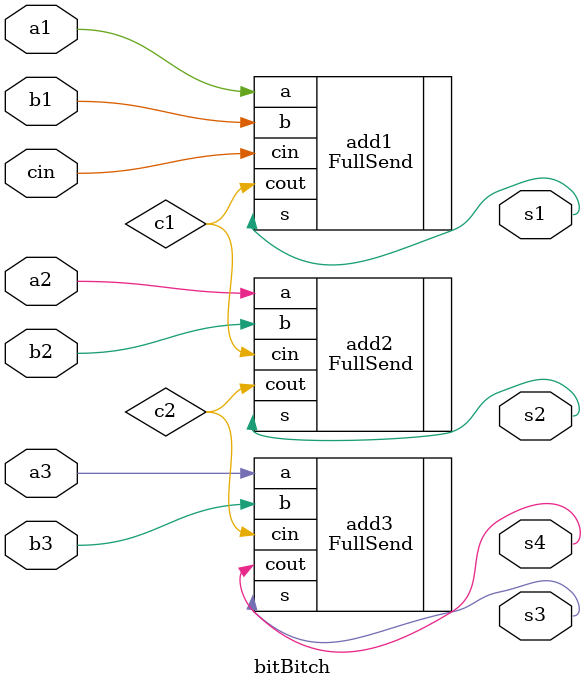
<source format=v>
`timescale 1ns / 1ps

//3bit full adder
//7 bit input (2 3 bit numbers and a carry in)
//4 bit output (4 bit number)

module bitBitch(
    input cin,
    input a1,
    input a2,
    input a3,
    input b1,
    input b2,
    input b3,
    output s1,
    output s2,
    output s3,
    output s4
    );
    
    //carry out wires
    wire c1,c2;
    //first adder
    FullSend add1 (.a(a1), .b(b1), .cin(cin), .s(s1), .cout(c1));
    FullSend add2 (.a(a2), .b(b2), .cin(c1), .s(s2), .cout(c2));
    FullSend add3 (.a(a3), .b(b3), .cin(c2), .s(s3), .cout(s4));
    
endmodule

</source>
